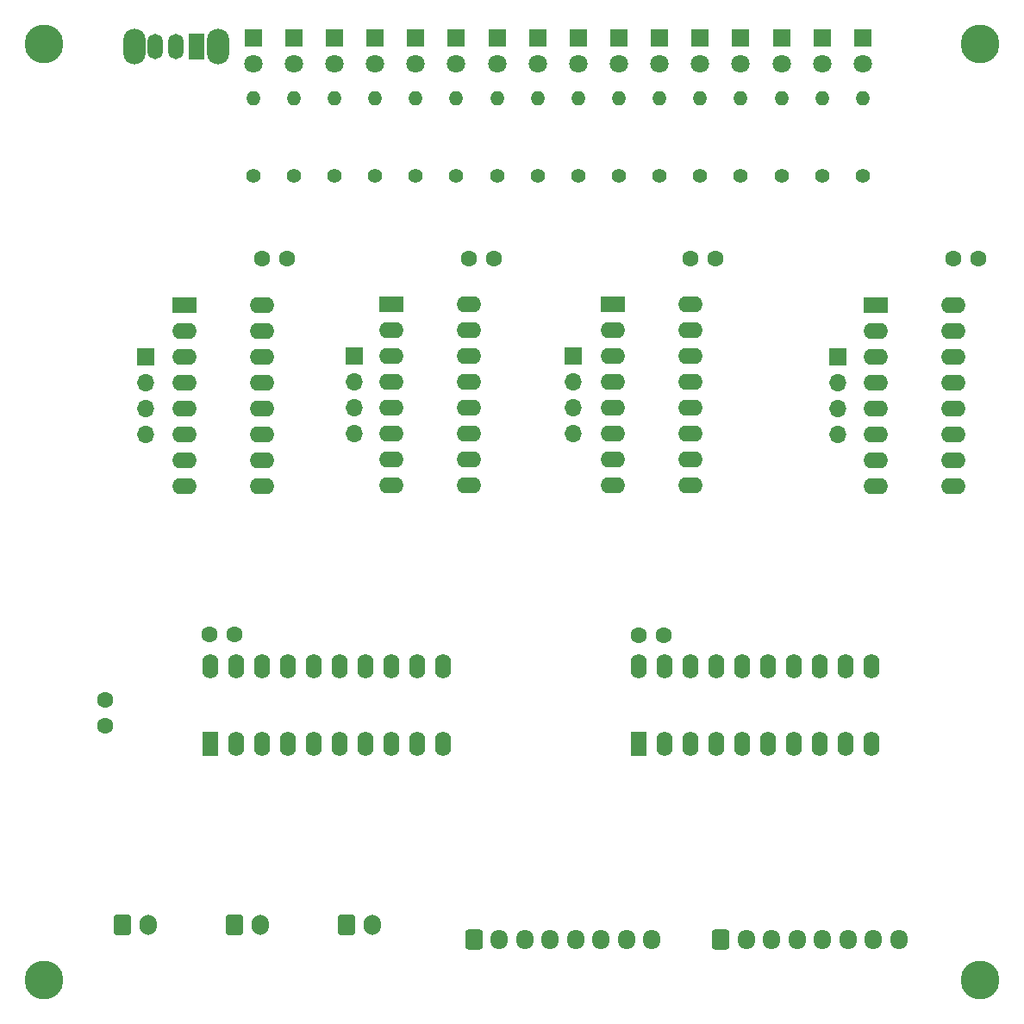
<source format=gbr>
%TF.GenerationSoftware,KiCad,Pcbnew,8.0.4*%
%TF.CreationDate,2024-09-24T19:09:36+03:00*%
%TF.ProjectId,Register,52656769-7374-4657-922e-6b696361645f,rev?*%
%TF.SameCoordinates,Original*%
%TF.FileFunction,Soldermask,Top*%
%TF.FilePolarity,Negative*%
%FSLAX46Y46*%
G04 Gerber Fmt 4.6, Leading zero omitted, Abs format (unit mm)*
G04 Created by KiCad (PCBNEW 8.0.4) date 2024-09-24 19:09:36*
%MOMM*%
%LPD*%
G01*
G04 APERTURE LIST*
G04 Aperture macros list*
%AMRoundRect*
0 Rectangle with rounded corners*
0 $1 Rounding radius*
0 $2 $3 $4 $5 $6 $7 $8 $9 X,Y pos of 4 corners*
0 Add a 4 corners polygon primitive as box body*
4,1,4,$2,$3,$4,$5,$6,$7,$8,$9,$2,$3,0*
0 Add four circle primitives for the rounded corners*
1,1,$1+$1,$2,$3*
1,1,$1+$1,$4,$5*
1,1,$1+$1,$6,$7*
1,1,$1+$1,$8,$9*
0 Add four rect primitives between the rounded corners*
20,1,$1+$1,$2,$3,$4,$5,0*
20,1,$1+$1,$4,$5,$6,$7,0*
20,1,$1+$1,$6,$7,$8,$9,0*
20,1,$1+$1,$8,$9,$2,$3,0*%
G04 Aperture macros list end*
%ADD10R,1.700000X1.700000*%
%ADD11O,1.700000X1.700000*%
%ADD12R,1.600000X2.400000*%
%ADD13O,1.600000X2.400000*%
%ADD14O,2.400000X1.600000*%
%ADD15R,2.400000X1.600000*%
%ADD16O,1.500000X2.500000*%
%ADD17R,1.500000X2.500000*%
%ADD18O,2.200000X3.500000*%
%ADD19C,3.800000*%
%ADD20C,1.800000*%
%ADD21R,1.800000X1.800000*%
%ADD22O,1.400000X1.400000*%
%ADD23C,1.400000*%
%ADD24C,1.600000*%
%ADD25RoundRect,0.250000X-0.600000X-0.750000X0.600000X-0.750000X0.600000X0.750000X-0.600000X0.750000X0*%
%ADD26O,1.700000X2.000000*%
%ADD27RoundRect,0.250000X-0.600000X-0.725000X0.600000X-0.725000X0.600000X0.725000X-0.600000X0.725000X0*%
%ADD28O,1.700000X1.950000*%
G04 APERTURE END LIST*
D10*
%TO.C,J9*%
X182000000Y-84750000D03*
D11*
X182000000Y-87290000D03*
X182000000Y-89830000D03*
X182000000Y-92370000D03*
%TD*%
D10*
%TO.C,J8*%
X156000000Y-84700000D03*
D11*
X156000000Y-87240000D03*
X156000000Y-89780000D03*
X156000000Y-92320000D03*
%TD*%
D10*
%TO.C,J7*%
X134500000Y-84700000D03*
D11*
X134500000Y-87240000D03*
X134500000Y-89780000D03*
X134500000Y-92320000D03*
%TD*%
D10*
%TO.C,J6*%
X114000000Y-84755000D03*
D11*
X114000000Y-87295000D03*
X114000000Y-89835000D03*
X114000000Y-92375000D03*
%TD*%
D12*
%TO.C,U6*%
X162440000Y-122800000D03*
D13*
X164980000Y-122800000D03*
X167520000Y-122800000D03*
X170060000Y-122800000D03*
X172600000Y-122800000D03*
X175140000Y-122800000D03*
X177680000Y-122800000D03*
X180220000Y-122800000D03*
X182760000Y-122800000D03*
X185300000Y-122800000D03*
X185300000Y-115180000D03*
X182760000Y-115180000D03*
X180220000Y-115180000D03*
X177680000Y-115180000D03*
X175140000Y-115180000D03*
X172600000Y-115180000D03*
X170060000Y-115180000D03*
X167520000Y-115180000D03*
X164980000Y-115180000D03*
X162440000Y-115180000D03*
%TD*%
D14*
%TO.C,U5*%
X193340000Y-79670000D03*
X193340000Y-82210000D03*
X193340000Y-84750000D03*
X193340000Y-87290000D03*
X193340000Y-89830000D03*
X193340000Y-92370000D03*
X193340000Y-94910000D03*
X193340000Y-97450000D03*
X185720000Y-97450000D03*
X185720000Y-94910000D03*
X185720000Y-92370000D03*
X185720000Y-89830000D03*
X185720000Y-87290000D03*
X185720000Y-84750000D03*
X185720000Y-82210000D03*
D15*
X185720000Y-79670000D03*
%TD*%
%TO.C,U4*%
X159900000Y-79620000D03*
D14*
X159900000Y-82160000D03*
X159900000Y-84700000D03*
X159900000Y-87240000D03*
X159900000Y-89780000D03*
X159900000Y-92320000D03*
X159900000Y-94860000D03*
X159900000Y-97400000D03*
X167520000Y-97400000D03*
X167520000Y-94860000D03*
X167520000Y-92320000D03*
X167520000Y-89780000D03*
X167520000Y-87240000D03*
X167520000Y-84700000D03*
X167520000Y-82160000D03*
X167520000Y-79620000D03*
%TD*%
D12*
%TO.C,U3*%
X120325000Y-122800000D03*
D13*
X122865000Y-122800000D03*
X125405000Y-122800000D03*
X127945000Y-122800000D03*
X130485000Y-122800000D03*
X133025000Y-122800000D03*
X135565000Y-122800000D03*
X138105000Y-122800000D03*
X140645000Y-122800000D03*
X143185000Y-122800000D03*
X143185000Y-115180000D03*
X140645000Y-115180000D03*
X138105000Y-115180000D03*
X135565000Y-115180000D03*
X133025000Y-115180000D03*
X130485000Y-115180000D03*
X127945000Y-115180000D03*
X125405000Y-115180000D03*
X122865000Y-115180000D03*
X120325000Y-115180000D03*
%TD*%
D15*
%TO.C,U2*%
X138105000Y-79620000D03*
D14*
X138105000Y-82160000D03*
X138105000Y-84700000D03*
X138105000Y-87240000D03*
X138105000Y-89780000D03*
X138105000Y-92320000D03*
X138105000Y-94860000D03*
X138105000Y-97400000D03*
X145725000Y-97400000D03*
X145725000Y-94860000D03*
X145725000Y-92320000D03*
X145725000Y-89780000D03*
X145725000Y-87240000D03*
X145725000Y-84700000D03*
X145725000Y-82160000D03*
X145725000Y-79620000D03*
%TD*%
D15*
%TO.C,U1*%
X117785000Y-79675000D03*
D14*
X117785000Y-82215000D03*
X117785000Y-84755000D03*
X117785000Y-87295000D03*
X117785000Y-89835000D03*
X117785000Y-92375000D03*
X117785000Y-94915000D03*
X117785000Y-97455000D03*
X125405000Y-97455000D03*
X125405000Y-94915000D03*
X125405000Y-92375000D03*
X125405000Y-89835000D03*
X125405000Y-87295000D03*
X125405000Y-84755000D03*
X125405000Y-82215000D03*
X125405000Y-79675000D03*
%TD*%
D16*
%TO.C,SW1*%
X114985000Y-54250000D03*
X116985000Y-54250000D03*
D17*
X118985000Y-54250000D03*
D18*
X112885000Y-54250000D03*
X121085000Y-54250000D03*
%TD*%
D19*
%TO.C,H4*%
X196000000Y-54000000D03*
%TD*%
%TO.C,H3*%
X104000000Y-146000000D03*
%TD*%
%TO.C,H2*%
X196000000Y-146000000D03*
%TD*%
%TO.C,H1*%
X104000000Y-54000000D03*
%TD*%
D20*
%TO.C,D13*%
X172465000Y-56000000D03*
D21*
X172465000Y-53460000D03*
%TD*%
D22*
%TO.C,R8*%
X148525000Y-59380000D03*
D23*
X148525000Y-67000000D03*
%TD*%
D22*
%TO.C,R6*%
X140545000Y-59380000D03*
D23*
X140545000Y-67000000D03*
%TD*%
D24*
%TO.C,C4*%
X193340000Y-75145000D03*
X195840000Y-75145000D03*
%TD*%
D25*
%TO.C,J2*%
X122750000Y-140550000D03*
D26*
X125250000Y-140550000D03*
%TD*%
D20*
%TO.C,D11*%
X164485000Y-56000000D03*
D21*
X164485000Y-53460000D03*
%TD*%
D24*
%TO.C,C1*%
X125405000Y-75145000D03*
X127905000Y-75145000D03*
%TD*%
D22*
%TO.C,R7*%
X144535000Y-59380000D03*
D23*
X144535000Y-67000000D03*
%TD*%
D20*
%TO.C,D1*%
X124585000Y-56000000D03*
D21*
X124585000Y-53460000D03*
%TD*%
D27*
%TO.C,J5*%
X170500000Y-142000000D03*
D28*
X173000000Y-142000000D03*
X175500000Y-142000000D03*
X178000000Y-142000000D03*
X180500000Y-142000000D03*
X183000000Y-142000000D03*
X185500000Y-142000000D03*
X188000000Y-142000000D03*
%TD*%
D24*
%TO.C,C2*%
X145725000Y-75090000D03*
X148225000Y-75090000D03*
%TD*%
D20*
%TO.C,D9*%
X156505000Y-56000000D03*
D21*
X156505000Y-53460000D03*
%TD*%
D22*
%TO.C,R5*%
X136555000Y-59380000D03*
D23*
X136555000Y-67000000D03*
%TD*%
D20*
%TO.C,D3*%
X132565000Y-56000000D03*
D21*
X132565000Y-53460000D03*
%TD*%
D22*
%TO.C,R16*%
X176455000Y-59380000D03*
D23*
X176455000Y-67000000D03*
%TD*%
D22*
%TO.C,R3*%
X128575000Y-59380000D03*
D23*
X128575000Y-67000000D03*
%TD*%
D20*
%TO.C,D15*%
X180445000Y-56000000D03*
D21*
X180445000Y-53460000D03*
%TD*%
D25*
%TO.C,J1*%
X111750000Y-140550000D03*
D26*
X114250000Y-140550000D03*
%TD*%
D22*
%TO.C,R12*%
X160495000Y-59380000D03*
D23*
X160495000Y-67000000D03*
%TD*%
D20*
%TO.C,D4*%
X136555000Y-56000000D03*
D21*
X136555000Y-53460000D03*
%TD*%
D20*
%TO.C,D6*%
X144535000Y-56000000D03*
D21*
X144535000Y-53460000D03*
%TD*%
D22*
%TO.C,R10*%
X156505000Y-59380000D03*
D23*
X156505000Y-67000000D03*
%TD*%
D27*
%TO.C,J4*%
X146250000Y-142000000D03*
D28*
X148750000Y-142000000D03*
X151250000Y-142000000D03*
X153750000Y-142000000D03*
X156250000Y-142000000D03*
X158750000Y-142000000D03*
X161250000Y-142000000D03*
X163750000Y-142000000D03*
%TD*%
D22*
%TO.C,R13*%
X164485000Y-59380000D03*
D23*
X164485000Y-67000000D03*
%TD*%
D24*
%TO.C,C6*%
X110000000Y-121000000D03*
X110000000Y-118500000D03*
%TD*%
D20*
%TO.C,D7*%
X148525000Y-56000000D03*
D21*
X148525000Y-53460000D03*
%TD*%
D20*
%TO.C,D16*%
X184435000Y-56000000D03*
D21*
X184435000Y-53460000D03*
%TD*%
D22*
%TO.C,R15*%
X172465000Y-59380000D03*
D23*
X172465000Y-67000000D03*
%TD*%
D20*
%TO.C,D8*%
X152515000Y-56000000D03*
D21*
X152515000Y-53460000D03*
%TD*%
D24*
%TO.C,C3*%
X167520000Y-75095000D03*
X170020000Y-75095000D03*
%TD*%
D22*
%TO.C,R14*%
X168475000Y-59380000D03*
D23*
X168475000Y-67000000D03*
%TD*%
D25*
%TO.C,J3*%
X133750000Y-140550000D03*
D26*
X136250000Y-140550000D03*
%TD*%
D20*
%TO.C,D14*%
X176455000Y-56000000D03*
D21*
X176455000Y-53460000D03*
%TD*%
D20*
%TO.C,D2*%
X128575000Y-56000000D03*
D21*
X128575000Y-53460000D03*
%TD*%
D22*
%TO.C,R18*%
X184435000Y-59375000D03*
D23*
X184435000Y-66995000D03*
%TD*%
D24*
%TO.C,C5*%
X122750000Y-112000000D03*
X120250000Y-112000000D03*
%TD*%
D20*
%TO.C,D5*%
X140545000Y-56000000D03*
D21*
X140545000Y-53460000D03*
%TD*%
D20*
%TO.C,D10*%
X160495000Y-56000000D03*
D21*
X160495000Y-53460000D03*
%TD*%
D22*
%TO.C,R9*%
X152515000Y-59380000D03*
D23*
X152515000Y-67000000D03*
%TD*%
D20*
%TO.C,D12*%
X168475000Y-56000000D03*
D21*
X168475000Y-53460000D03*
%TD*%
D22*
%TO.C,R17*%
X180445000Y-59380000D03*
D23*
X180445000Y-67000000D03*
%TD*%
D22*
%TO.C,R2*%
X124585000Y-59380000D03*
D23*
X124585000Y-67000000D03*
%TD*%
D22*
%TO.C,R4*%
X132565000Y-59380000D03*
D23*
X132565000Y-67000000D03*
%TD*%
D24*
%TO.C,C7*%
X162440000Y-112100000D03*
X164940000Y-112100000D03*
%TD*%
M02*

</source>
